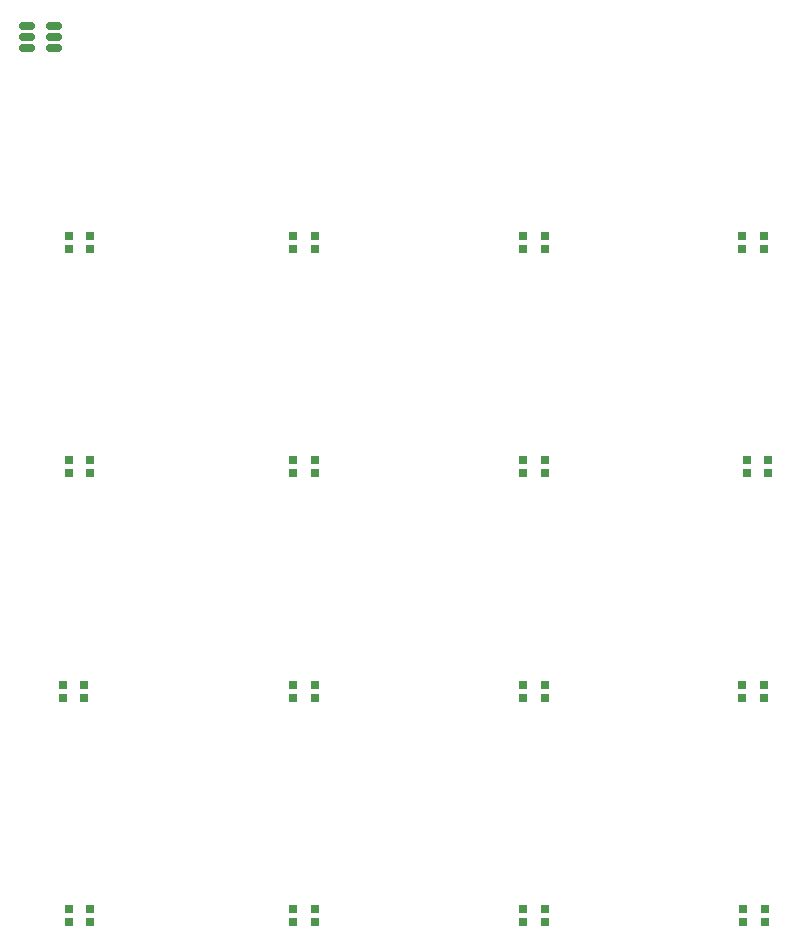
<source format=gbr>
%TF.GenerationSoftware,KiCad,Pcbnew,9.0.2*%
%TF.CreationDate,2025-06-11T10:15:39-07:00*%
%TF.ProjectId,west_workshop_2025,77657374-5f77-46f7-926b-73686f705f32,888*%
%TF.SameCoordinates,Original*%
%TF.FileFunction,Paste,Top*%
%TF.FilePolarity,Positive*%
%FSLAX46Y46*%
G04 Gerber Fmt 4.6, Leading zero omitted, Abs format (unit mm)*
G04 Created by KiCad (PCBNEW 9.0.2) date 2025-06-11 10:15:39*
%MOMM*%
%LPD*%
G01*
G04 APERTURE LIST*
G04 Aperture macros list*
%AMRoundRect*
0 Rectangle with rounded corners*
0 $1 Rounding radius*
0 $2 $3 $4 $5 $6 $7 $8 $9 X,Y pos of 4 corners*
0 Add a 4 corners polygon primitive as box body*
4,1,4,$2,$3,$4,$5,$6,$7,$8,$9,$2,$3,0*
0 Add four circle primitives for the rounded corners*
1,1,$1+$1,$2,$3*
1,1,$1+$1,$4,$5*
1,1,$1+$1,$6,$7*
1,1,$1+$1,$8,$9*
0 Add four rect primitives between the rounded corners*
20,1,$1+$1,$2,$3,$4,$5,0*
20,1,$1+$1,$4,$5,$6,$7,0*
20,1,$1+$1,$6,$7,$8,$9,0*
20,1,$1+$1,$8,$9,$2,$3,0*%
G04 Aperture macros list end*
%ADD10R,0.700000X0.700000*%
%ADD11RoundRect,0.150000X-0.512500X-0.150000X0.512500X-0.150000X0.512500X0.150000X-0.512500X0.150000X0*%
G04 APERTURE END LIST*
D10*
%TO.C,D4*%
X82645000Y-156299921D03*
X82645000Y-157399921D03*
X84475000Y-157399921D03*
X84475000Y-156299921D03*
%TD*%
%TO.C,D10*%
X121145000Y-118299921D03*
X121145000Y-119399921D03*
X122975000Y-119399921D03*
X122975000Y-118299921D03*
%TD*%
%TO.C,D13*%
X139645000Y-99299921D03*
X139645000Y-100399921D03*
X141475000Y-100399921D03*
X141475000Y-99299921D03*
%TD*%
%TO.C,D11*%
X121145000Y-137299921D03*
X121145000Y-138399921D03*
X122975000Y-138399921D03*
X122975000Y-137299921D03*
%TD*%
%TO.C,D8*%
X101645000Y-156299921D03*
X101645000Y-157399921D03*
X103475000Y-157399921D03*
X103475000Y-156299921D03*
%TD*%
%TO.C,D6*%
X101645000Y-118299921D03*
X101645000Y-119399921D03*
X103475000Y-119399921D03*
X103475000Y-118299921D03*
%TD*%
%TO.C,D14*%
X140060000Y-118299921D03*
X140060000Y-119399921D03*
X141890000Y-119399921D03*
X141890000Y-118299921D03*
%TD*%
%TO.C,D1*%
X82645000Y-99299921D03*
X82645000Y-100399921D03*
X84475000Y-100399921D03*
X84475000Y-99299921D03*
%TD*%
%TO.C,D7*%
X101645000Y-137299921D03*
X101645000Y-138399921D03*
X103475000Y-138399921D03*
X103475000Y-137299921D03*
%TD*%
%TO.C,D5*%
X101645000Y-99299921D03*
X101645000Y-100399921D03*
X103475000Y-100399921D03*
X103475000Y-99299921D03*
%TD*%
%TO.C,D12*%
X121145000Y-156299921D03*
X121145000Y-157399921D03*
X122975000Y-157399921D03*
X122975000Y-156299921D03*
%TD*%
D11*
%TO.C,U1*%
X79085000Y-81499921D03*
X79085000Y-82449921D03*
X79085000Y-83399921D03*
X81360000Y-83399921D03*
X81360000Y-82449921D03*
X81360000Y-81499921D03*
%TD*%
D10*
%TO.C,D2*%
X82645000Y-118299921D03*
X82645000Y-119399921D03*
X84475000Y-119399921D03*
X84475000Y-118299921D03*
%TD*%
%TO.C,D16*%
X139725000Y-156299921D03*
X139725000Y-157399921D03*
X141555000Y-157399921D03*
X141555000Y-156299921D03*
%TD*%
%TO.C,D3*%
X82145000Y-137299921D03*
X82145000Y-138399921D03*
X83975000Y-138399921D03*
X83975000Y-137299921D03*
%TD*%
%TO.C,D9*%
X121145000Y-99299921D03*
X121145000Y-100399921D03*
X122975000Y-100399921D03*
X122975000Y-99299921D03*
%TD*%
%TO.C,D15*%
X139645000Y-137299921D03*
X139645000Y-138399921D03*
X141475000Y-138399921D03*
X141475000Y-137299921D03*
%TD*%
M02*

</source>
